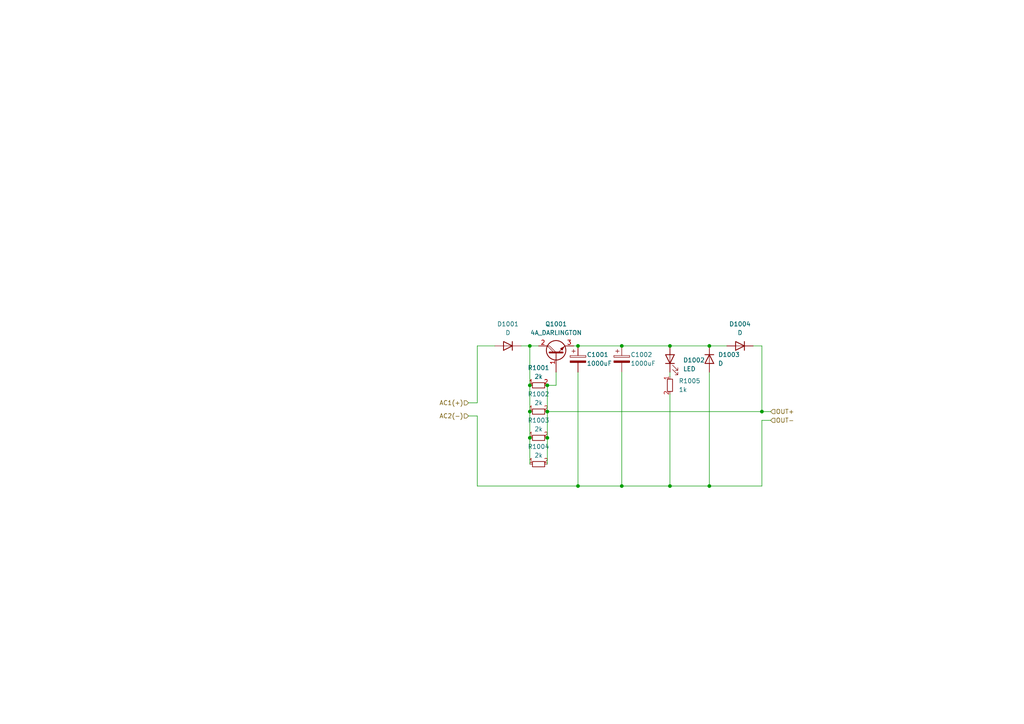
<source format=kicad_sch>
(kicad_sch (version 20230121) (generator eeschema)
  (paper "A4")
  (lib_symbols
    (symbol "Device:C_Polarized" (pin_numbers hide) (pin_names (offset 0.254))
      (property "Reference" "C" (at 0.635 2.54 0))
      (property "Value" "C_Polarized" (at 0.635 -2.54 0))
      (symbol "C_Polarized_0_1"
        (rectangle (start -2.286 0.508) (end 2.286 1.016))
        (polyline (pts (xy -1.778 2.286) (xy -0.762 2.286)))
        (polyline (pts (xy -1.27 2.794) (xy -1.27 1.778)))
        (rectangle (start 2.286 -0.508) (end -2.286 -1.016) (fill (type outline)))
      )
      (symbol "C_Polarized_1_1"
        (pin passive line (at 0 3.81 270) (length 2.794) (name "~") (number "1"))
        (pin passive line (at 0 -3.81 90) (length 2.794) (name "~") (number "2"))
      )
    )
    (symbol "custom_kicad_lib_sk:4A_DARLINGTON" (pin_names (offset 0) hide)
      (property "Reference" "Q" (at 4.572 1.27 0))
      (property "Value" "4A_DARLINGTON" (at 4.572 -1.27 0))
      (symbol "4A_DARLINGTON_0_1"
        (polyline (pts (xy 0.635 0.635) (xy 2.54 2.54)))
        (polyline (pts (xy 0.635 -0.635) (xy 2.54 -2.54) (xy 2.54 -2.54)))
        (polyline (pts (xy 0.635 0) (xy 2.54 1.905) (xy 2.54 2.54)))
        (polyline (pts (xy 0.635 1.905) (xy 0.635 -1.905) (xy 0.635 -1.905)) (stroke (width 0.508)))
        (polyline (pts (xy 1.27 -1.778) (xy 1.778 -1.27) (xy 2.286 -2.286) (xy 1.27 -1.778) (xy 1.27 -1.778)) (fill (type outline)))
        (circle (center 1.27 0) (radius 2.8194) (stroke (width 0.254)))
      )
      (symbol "4A_DARLINGTON_1_1"
        (pin input line (at -5.08 0 0) (length 5.715) (name "B") (number "1"))
        (pin passive line (at 2.54 5.08 270) (length 2.54) (name "C") (number "2"))
        (pin passive line (at 2.54 -5.08 90) (length 2.54) (name "E") (number "3"))
      )
    )
    (symbol "custom_kicad_lib_sk:LED" (pin_numbers hide) (pin_names (offset 1.016) hide)
      (property "Reference" "D" (at 0 2.54 0))
      (property "Value" "LED" (at 0 -2.54 0))
      (property "JLCPCB Part#" "C2296" (at 0 0 0))
      (symbol "LED_0_1"
        (polyline (pts (xy -1.27 -1.27) (xy -1.27 1.27)) (stroke (width 0.254)))
        (polyline (pts (xy -1.27 0) (xy 1.27 0)))
        (polyline (pts (xy 1.27 -1.27) (xy 1.27 1.27) (xy -1.27 0) (xy 1.27 -1.27)) (stroke (width 0.254)))
        (polyline (pts (xy -3.048 -0.762) (xy -4.572 -2.286) (xy -3.81 -2.286) (xy -4.572 -2.286) (xy -4.572 -1.524)))
        (polyline (pts (xy -1.778 -0.762) (xy -3.302 -2.286) (xy -2.54 -2.286) (xy -3.302 -2.286) (xy -3.302 -1.524)))
      )
      (symbol "LED_1_1"
        (pin passive line (at -3.81 0 0) (length 2.54) (name "K") (number "1"))
        (pin passive line (at 3.81 0 180) (length 2.54) (name "A") (number "2"))
      )
    )
    (symbol "custom_kicad_lib_sk:SS54" (pin_numbers hide) (pin_names (offset 1.016) hide)
      (property "Reference" "D" (at 0 2.54 0))
      (property "Value" "D" (at 0 -1.27 0))
      (symbol "SS54_0_1"
        (polyline (pts (xy -1.27 2.54) (xy -1.27 0)) (stroke (width 0.254)))
        (polyline (pts (xy 1.27 1.27) (xy -1.27 1.27)))
        (polyline (pts (xy 1.27 2.54) (xy 1.27 0) (xy -1.27 1.27) (xy 1.27 2.54)) (stroke (width 0.254)))
      )
      (symbol "SS54_1_1"
        (pin passive line (at -3.81 1.27 0) (length 2.54) (name "K") (number "1"))
        (pin passive line (at 3.81 1.27 180) (length 2.54) (name "A") (number "2"))
      )
    )
    (symbol "resistors_0603:R_1k_0603"
      (property "Reference" "R" (at 1.27 2.54 0))
      (property "Value" "1k" (at 2.54 -2.54 0))
      (symbol "R_1k_0603_0_1"
        (rectangle (start -0.762 1.778) (end 0.762 -1.778) (stroke (width 0.2032)))
      )
      (symbol "R_1k_0603_1_1"
        (pin passive line (at 0 2.54 270) (length 0.762) (name "~") (number "1"))
        (pin passive line (at 0 -2.54 90) (length 0.762) (name "~") (number "2"))
      )
    )
    (symbol "resistors_1206:R_2k_1206"
      (property "Reference" "R" (at 1.27 2.54 0))
      (property "Value" "2k" (at 2.54 -2.54 0))
      (symbol "R_2k_1206_0_1"
        (rectangle (start -0.762 1.778) (end 0.762 -1.778) (stroke (width 0.2032)))
      )
      (symbol "R_2k_1206_1_1"
        (pin passive line (at 0 2.54 270) (length 0.762) (name "~") (number "1"))
        (pin passive line (at 0 -2.54 90) (length 0.762) (name "~") (number "2"))
      )
    )
  )
  (junction (at 220.98 119.38))
  (junction (at 158.75 119.38))
  (junction (at 158.75 127))
  (junction (at 153.67 119.38))
  (junction (at 194.31 100.33))
  (junction (at 180.34 100.33))
  (junction (at 153.67 100.33))
  (junction (at 153.67 127))
  (junction (at 205.74 100.33))
  (junction (at 153.67 111.76))
  (junction (at 180.34 140.97))
  (junction (at 167.64 100.33))
  (junction (at 167.64 140.97))
  (junction (at 194.31 140.97))
  (junction (at 205.74 140.97))
  (junction (at 158.75 111.76))
  (wire (pts (xy 180.34 100.33) (xy 194.31 100.33)))
  (wire (pts (xy 220.98 121.92) (xy 223.52 121.92)))
  (wire (pts (xy 135.89 120.65) (xy 138.43 120.65)))
  (wire (pts (xy 166.37 100.33) (xy 167.64 100.33)))
  (wire (pts (xy 220.98 121.92) (xy 220.98 140.97)))
  (wire (pts (xy 153.67 119.38) (xy 153.67 127)))
  (wire (pts (xy 194.31 140.97) (xy 205.74 140.97)))
  (wire (pts (xy 167.64 100.33) (xy 180.34 100.33)))
  (wire (pts (xy 138.43 120.65) (xy 138.43 140.97)))
  (wire (pts (xy 194.31 107.95) (xy 194.31 109.22)))
  (wire (pts (xy 167.64 107.95) (xy 167.64 140.97)))
  (wire (pts (xy 220.98 100.33) (xy 220.98 119.38)))
  (wire (pts (xy 220.98 119.38) (xy 223.52 119.38)))
  (wire (pts (xy 153.67 100.33) (xy 156.21 100.33)))
  (wire (pts (xy 153.67 111.76) (xy 153.67 119.38)))
  (wire (pts (xy 153.67 111.76) (xy 153.67 100.33)))
  (wire (pts (xy 158.75 111.76) (xy 158.75 119.38)))
  (wire (pts (xy 158.75 119.38) (xy 158.75 127)))
  (wire (pts (xy 151.13 100.33) (xy 153.67 100.33)))
  (wire (pts (xy 205.74 107.95) (xy 205.74 140.97)))
  (wire (pts (xy 194.31 114.3) (xy 194.31 140.97)))
  (wire (pts (xy 220.98 119.38) (xy 158.75 119.38)))
  (wire (pts (xy 135.89 116.84) (xy 138.43 116.84)))
  (wire (pts (xy 180.34 107.95) (xy 180.34 140.97)))
  (wire (pts (xy 161.29 107.95) (xy 161.29 111.76)))
  (wire (pts (xy 167.64 140.97) (xy 180.34 140.97)))
  (wire (pts (xy 153.67 127) (xy 153.67 134.62)))
  (wire (pts (xy 138.43 140.97) (xy 167.64 140.97)))
  (wire (pts (xy 205.74 100.33) (xy 210.82 100.33)))
  (wire (pts (xy 158.75 127) (xy 158.75 134.62)))
  (wire (pts (xy 194.31 100.33) (xy 205.74 100.33)))
  (wire (pts (xy 161.29 111.76) (xy 158.75 111.76)))
  (wire (pts (xy 138.43 100.33) (xy 138.43 116.84)))
  (wire (pts (xy 220.98 140.97) (xy 205.74 140.97)))
  (wire (pts (xy 180.34 140.97) (xy 194.31 140.97)))
  (wire (pts (xy 218.44 100.33) (xy 220.98 100.33)))
  (wire (pts (xy 138.43 100.33) (xy 143.51 100.33)))
  (hierarchical_label "AC1(+)" (shape input) (at 135.89 116.84 180))
  (hierarchical_label "AC2(-)" (shape input) (at 135.89 120.65 180))
  (hierarchical_label "OUT-" (shape input) (at 223.52 121.92 0))
  (hierarchical_label "OUT+" (shape input) (at 223.52 119.38 0))
  (symbol (lib_id "Device:C_Polarized") (at 167.64 104.14 0) (unit 1)
    (property "Reference" "C1001" (at 170.18 102.87 0) (effects (justify left)))
    (property "Value" "1000uF" (at 170.18 105.41 0) (effects (justify left)))
    (property "Footprint" "Capacitor_SMD:CP_Elec_16x17.5" (effects hide))
    (property "JLCPCB Part#" "C128457" (effects hide))
  )
  (symbol (lib_id "custom_kicad_lib_sk:SS54") (at 204.47 104.14 270) (unit 1)
    (property "Reference" "D1003" (at 208.28 102.87 90) (effects (justify left)))
    (property "Value" "D" (at 208.28 105.41 90) (effects (justify left)))
    (property "Footprint" "Diode_SMD:D_SMA" (effects hide))
    (property "Sim.Device" "D" (effects hide))
    (property "Sim.Pins" "1=K 2=A" (effects hide))
    (property "JLCPCB Part#" "C22452" (effects hide))
  )
  (symbol (lib_id "resistors_1206:R_2k_1206") (at 156.21 119.38 90) (unit 1)
    (property "Reference" "R1002" (at 156.21 114.3 90))
    (property "Value" "2k" (at 156.21 116.84 90))
    (property "Footprint" "custom_kicad_lib_sk:R_1206_smalltext" (effects hide))
    (property "JLCPCB Part#" "C17944" (effects hide))
  )
  (symbol (lib_id "custom_kicad_lib_sk:SS54") (at 147.32 99.06 180) (unit 1)
    (property "Reference" "D1001" (at 147.32 93.98 0))
    (property "Value" "D" (at 147.32 96.52 0))
    (property "Footprint" "Diode_SMD:D_SMA" (effects hide))
    (property "Sim.Device" "D" (effects hide))
    (property "Sim.Pins" "1=K 2=A" (effects hide))
    (property "JLCPCB Part#" "C22452" (effects hide))
  )
  (symbol (lib_id "resistors_1206:R_2k_1206") (at 156.21 127 90) (unit 1)
    (property "Reference" "R1003" (at 156.21 121.92 90))
    (property "Value" "2k" (at 156.21 124.46 90))
    (property "Footprint" "custom_kicad_lib_sk:R_1206_smalltext" (effects hide))
    (property "JLCPCB Part#" "C17944" (effects hide))
  )
  (symbol (lib_id "resistors_0603:R_1k_0603") (at 194.31 111.76 0) (unit 1)
    (property "Reference" "R1005" (at 196.85 110.49 0) (effects (justify left)))
    (property "Value" "1k" (at 196.85 113.03 0) (effects (justify left)))
    (property "Footprint" "custom_kicad_lib_sk:R_0603_smalltext" (effects hide))
    (property "JLCPCB Part#" "C21190" (effects hide))
  )
  (symbol (lib_id "resistors_1206:R_2k_1206") (at 156.21 111.76 90) (unit 1)
    (property "Reference" "R1001" (at 156.21 106.68 90))
    (property "Value" "2k" (at 156.21 109.22 90))
    (property "Footprint" "custom_kicad_lib_sk:R_1206_smalltext" (effects hide))
    (property "JLCPCB Part#" "C17944" (effects hide))
  )
  (symbol (lib_id "custom_kicad_lib_sk:SS54") (at 214.63 99.06 180) (unit 1)
    (property "Reference" "D1004" (at 214.63 93.98 0))
    (property "Value" "D" (at 214.63 96.52 0))
    (property "Footprint" "Diode_SMD:D_SMA" (effects hide))
    (property "Sim.Device" "D" (effects hide))
    (property "Sim.Pins" "1=K 2=A" (effects hide))
    (property "JLCPCB Part#" "C22452" (effects hide))
  )
  (symbol (lib_id "custom_kicad_lib_sk:4A_DARLINGTON") (at 161.29 102.87 90) (unit 1)
    (property "Reference" "Q1001" (at 161.29 93.98 90))
    (property "Value" "4A_DARLINGTON" (at 161.29 96.52 90))
    (property "Footprint" "Package_TO_SOT_SMD:TO-252-2" (effects hide))
    (property "JLCPCB Part#" "C12789" (effects hide))
  )
  (symbol (lib_id "resistors_1206:R_2k_1206") (at 156.21 134.62 90) (unit 1)
    (property "Reference" "R1004" (at 156.21 129.54 90))
    (property "Value" "2k" (at 156.21 132.08 90))
    (property "Footprint" "custom_kicad_lib_sk:R_1206_smalltext" (effects hide))
    (property "JLCPCB Part#" "C17944" (effects hide))
  )
  (symbol (lib_id "custom_kicad_lib_sk:LED") (at 194.31 104.14 90) (unit 1)
    (property "Reference" "D1002" (at 198.12 104.4575 90) (effects (justify right)))
    (property "Value" "LED" (at 198.12 106.9975 90) (effects (justify right)))
    (property "Footprint" "LED_SMD:LED_0805_2012Metric_Pad1.15x1.40mm_HandSolder" (effects hide))
    (property "JLCPCB Part#" "C2296" (effects hide))
  )
  (symbol (lib_id "Device:C_Polarized") (at 180.34 104.14 0) (unit 1)
    (property "Reference" "C1002" (at 182.88 102.87 0) (effects (justify left)))
    (property "Value" "1000uF" (at 182.88 105.41 0) (effects (justify left)))
    (property "Footprint" "Capacitor_SMD:CP_Elec_16x17.5" (effects hide))
    (property "JLCPCB Part#" "C128457" (effects hide))
  )
)
</source>
